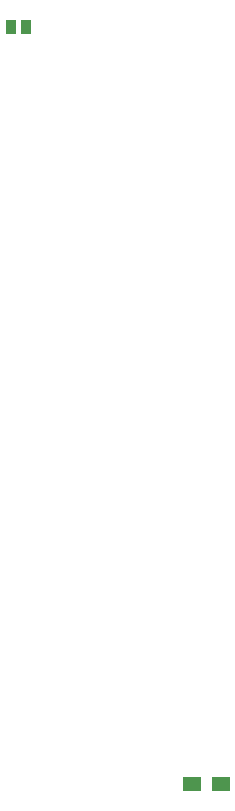
<source format=gtp>
G04 #@! TF.GenerationSoftware,KiCad,Pcbnew,(5.1.9)-1*
G04 #@! TF.CreationDate,2021-04-15T13:52:47+07:00*
G04 #@! TF.ProjectId,pendulumRobotModule,70656e64-756c-4756-9d52-6f626f744d6f,rev?*
G04 #@! TF.SameCoordinates,Original*
G04 #@! TF.FileFunction,Paste,Top*
G04 #@! TF.FilePolarity,Positive*
%FSLAX46Y46*%
G04 Gerber Fmt 4.6, Leading zero omitted, Abs format (unit mm)*
G04 Created by KiCad (PCBNEW (5.1.9)-1) date 2021-04-15 13:52:47*
%MOMM*%
%LPD*%
G01*
G04 APERTURE LIST*
%ADD10R,0.970000X1.270000*%
%ADD11R,1.500000X1.250000*%
G04 APERTURE END LIST*
D10*
X95245000Y-40005000D03*
X96525000Y-40005000D03*
D11*
X113010000Y-104140000D03*
X110510000Y-104140000D03*
M02*

</source>
